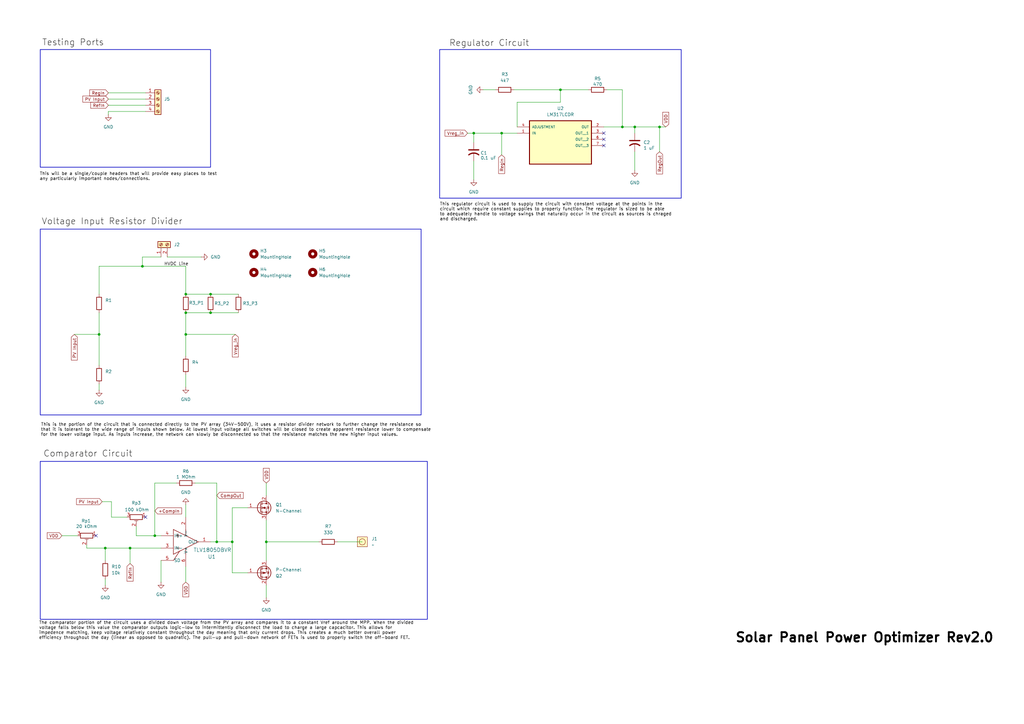
<source format=kicad_sch>
(kicad_sch (version 20250114) (generator "eeschema") (generator_version "9.0")
  (paper "A3")
  (lib_symbols
    (symbol "Connector:Screw_Terminal_01x02" (pin_names (offset 1.016) (hide yes))
      (property "Reference" "J" (at 0 2.54 0))
      (property "Value" "Screw_Terminal_01x02" (at 0 -5.08 0))
      (symbol "Screw_Terminal_01x02_1_1"
        (rectangle (start -1.27 1.27) (end 1.27 -3.81) (stroke (width 0.254)) (fill (type background)))
        (polyline (pts (xy -0.5334 0.3302) (xy 0.3302 -0.508)) (stroke (width 0.1524)))
        (polyline (pts (xy -0.5334 -2.2098) (xy 0.3302 -3.048)) (stroke (width 0.1524)))
        (polyline (pts (xy -0.3556 0.508) (xy 0.508 -0.3302)) (stroke (width 0.1524)))
        (polyline (pts (xy -0.3556 -2.032) (xy 0.508 -2.8702)) (stroke (width 0.1524)))
        (circle (center 0 0) (radius 0.635) (stroke (width 0.1524)))
        (circle (center 0 -2.54) (radius 0.635) (stroke (width 0.1524)))
        (pin passive line (at -5.08 0 0) (length 3.81) (name "Pin_1") (number "1"))
        (pin passive line (at -5.08 -2.54 0) (length 3.81) (name "Pin_2") (number "2"))
      )
    )
    (symbol "Connector:Screw_Terminal_01x04" (pin_names (offset 1.016) (hide yes))
      (property "Reference" "J" (at 0 5.08 0))
      (property "Value" "Screw_Terminal_01x04" (at 0 -7.62 0))
      (symbol "Screw_Terminal_01x04_1_1"
        (rectangle (start -1.27 3.81) (end 1.27 -6.35) (stroke (width 0.254)) (fill (type background)))
        (polyline (pts (xy -0.5334 2.8702) (xy 0.3302 2.032)) (stroke (width 0.1524)))
        (polyline (pts (xy -0.5334 0.3302) (xy 0.3302 -0.508)) (stroke (width 0.1524)))
        (polyline (pts (xy -0.5334 -2.2098) (xy 0.3302 -3.048)) (stroke (width 0.1524)))
        (polyline (pts (xy -0.5334 -4.7498) (xy 0.3302 -5.588)) (stroke (width 0.1524)))
        (polyline (pts (xy -0.3556 3.048) (xy 0.508 2.2098)) (stroke (width 0.1524)))
        (polyline (pts (xy -0.3556 0.508) (xy 0.508 -0.3302)) (stroke (width 0.1524)))
        (polyline (pts (xy -0.3556 -2.032) (xy 0.508 -2.8702)) (stroke (width 0.1524)))
        (polyline (pts (xy -0.3556 -4.572) (xy 0.508 -5.4102)) (stroke (width 0.1524)))
        (circle (center 0 2.54) (radius 0.635) (stroke (width 0.1524)))
        (circle (center 0 0) (radius 0.635) (stroke (width 0.1524)))
        (circle (center 0 -2.54) (radius 0.635) (stroke (width 0.1524)))
        (circle (center 0 -5.08) (radius 0.635) (stroke (width 0.1524)))
        (pin passive line (at -5.08 2.54 0) (length 3.81) (name "Pin_1") (number "1"))
        (pin passive line (at -5.08 0 0) (length 3.81) (name "Pin_2") (number "2"))
        (pin passive line (at -5.08 -2.54 0) (length 3.81) (name "Pin_3") (number "3"))
        (pin passive line (at -5.08 -5.08 0) (length 3.81) (name "Pin_4") (number "4"))
      )
    )
    (symbol "Device:C_US" (pin_numbers (hide yes)) (pin_names (offset 0.254) (hide yes))
      (property "Reference" "C" (at 0.635 2.54 0))
      (property "Value" "C_US" (at 0.635 -2.54 0))
      (symbol "C_US_0_1"
        (polyline (pts (xy -2.032 0.762) (xy 2.032 0.762)) (stroke (width 0.508)))
        (arc (start -2.032 -1.27) (mid 0 -0.5572) (end 2.032 -1.27) (stroke (width 0.508)))
      )
      (symbol "C_US_1_1"
        (pin passive line (at 0 3.81 270) (length 2.794) (name "~") (number "1"))
        (pin passive line (at 0 -3.81 90) (length 3.302) (name "~") (number "2"))
      )
    )
    (symbol "Device:R" (pin_numbers (hide yes)) (pin_names (offset 0))
      (property "Reference" "R" (at 2.032 0 90))
      (property "Value" "R" (at 0 0 90))
      (symbol "R_0_1"
        (rectangle (start -1.016 -2.54) (end 1.016 2.54) (stroke (width 0.254)))
      )
      (symbol "R_1_1"
        (pin passive line (at 0 3.81 270) (length 1.27) (name "~") (number "1"))
        (pin passive line (at 0 -3.81 90) (length 1.27) (name "~") (number "2"))
      )
    )
    (symbol "Device:R_Potentiometer_Trim" (pin_names (offset 1.016) (hide yes))
      (property "Reference" "RV" (at -4.445 0 90))
      (property "Value" "R_Potentiometer_Trim" (at -2.54 0 90))
      (symbol "R_Potentiometer_Trim_0_1"
        (rectangle (start 1.016 2.54) (end -1.016 -2.54) (stroke (width 0.254)))
        (polyline (pts (xy 1.524 0.762) (xy 1.524 -0.762)))
        (polyline (pts (xy 2.54 0) (xy 1.524 0)))
      )
      (symbol "R_Potentiometer_Trim_1_1"
        (pin passive line (at 0 3.81 270) (length 1.27) (name "1") (number "1"))
        (pin passive line (at 0 -3.81 90) (length 1.27) (name "3") (number "3"))
        (pin passive line (at 3.81 0 180) (length 1.27) (name "2") (number "2"))
      )
    )
    (symbol "Mechanical:MountingHole" (pin_names (offset 1.016)) (in_bom no)
      (property "Reference" "H" (at 0 5.08 0))
      (property "Value" "MountingHole" (at 0 3.175 0))
      (symbol "MountingHole_0_1"
        (circle (center 0 0) (radius 1.27) (stroke (width 1.27)))
      )
    )
    (symbol "New Comparator:TLV1805DBVR" (pin_names (offset 0.254))
      (property "Reference" "U" (at 0 2.54 0))
      (property "Value" "TLV1805DBVR" (at 0 0 0))
      (symbol "TLV1805DBVR_0_1"
        (polyline (pts (xy -5.08 5.08) (xy -5.08 -5.08)) (stroke (width 0.2032)))
        (polyline (pts (xy -5.08 5.08) (xy 5.08 0)) (stroke (width 0.2032)))
        (polyline (pts (xy -5.08 -5.08) (xy 5.08 0)) (stroke (width 0.2032)))
        (polyline (pts (xy -4.064 2.54) (xy -2.54 2.54)) (stroke (width 0.2032)))
        (polyline (pts (xy -4.064 -2.54) (xy -2.54 -2.54)) (stroke (width 0.2032)))
        (polyline (pts (xy -3.302 -1.778) (xy -3.302 -3.302)) (stroke (width 0.2032)))
        (polyline (pts (xy -2.54 3.81) (xy -5.08 7.62)) (stroke (width 0.2032)))
        (polyline (pts (xy 0 5.08) (xy 0 2.54)) (stroke (width 0.2032)))
        (polyline (pts (xy 0 -2.54) (xy 0 -5.08)) (stroke (width 0.2032)))
        (pin input line (at -10.16 7.62 0) (length 5.08) (name "SD") (number "5"))
        (pin input line (at -10.16 2.54 0) (length 5.08) (name "IN-") (number "3"))
        (pin input line (at -10.16 -2.54 0) (length 5.08) (name "IN+") (number "4"))
        (pin power_in line (at 0 10.16 270) (length 5.08) (name "V+") (number "6"))
        (pin power_in line (at 0 -10.16 90) (length 5.08) (name "V-") (number "2"))
        (pin output line (at 10.16 0 180) (length 5.08) (name "OUT") (number "1"))
      )
    )
    (symbol "RyabCustomLib:1PinConnector"
      (property "Reference" "J" (at 0 3.556 0))
      (symbol "1PinConnector_0_1"
        (rectangle (start -2.032 2.032) (end 2.032 -2.032) (fill (type color) (color 255 255 194 1)))
        (circle (center 0 0) (radius 1.27))
      )
      (symbol "1PinConnector_1_1"
        (pin input line (at 0 0 180) (length 2.54) (hide yes) (name "") (number "1"))
      )
    )
    (symbol "Transistor_FET:QM6006D" (pin_names (hide yes))
      (property "Reference" "Q" (at 5.08 1.905 0))
      (property "Value" "QM6006D" (at 5.08 0 0))
      (symbol "QM6006D_0_1"
        (polyline (pts (xy 0.254 1.905) (xy 0.254 -1.905)) (stroke (width 0.254)))
        (polyline (pts (xy 0.254 0) (xy -2.54 0)))
        (polyline (pts (xy 0.762 2.286) (xy 0.762 1.27)) (stroke (width 0.254)))
        (polyline (pts (xy 0.762 0.508) (xy 0.762 -0.508)) (stroke (width 0.254)))
        (polyline (pts (xy 0.762 -1.27) (xy 0.762 -2.286)) (stroke (width 0.254)))
        (polyline (pts (xy 0.762 -1.778) (xy 3.302 -1.778) (xy 3.302 1.778) (xy 0.762 1.778)))
        (polyline (pts (xy 1.016 0) (xy 2.032 0.381) (xy 2.032 -0.381) (xy 1.016 0)) (fill (type outline)))
        (circle (center 1.651 0) (radius 2.794) (stroke (width 0.254)))
        (polyline (pts (xy 2.54 2.54) (xy 2.54 1.778)))
        (circle (center 2.54 1.778) (radius 0.254) (fill (type outline)))
        (circle (center 2.54 -1.778) (radius 0.254) (fill (type outline)))
        (polyline (pts (xy 2.54 -2.54) (xy 2.54 0) (xy 0.762 0)))
        (polyline (pts (xy 2.794 0.508) (xy 2.921 0.381) (xy 3.683 0.381) (xy 3.81 0.254)))
        (polyline (pts (xy 3.302 0.381) (xy 2.921 -0.254) (xy 3.683 -0.254) (xy 3.302 0.381)))
      )
      (symbol "QM6006D_1_1"
        (pin input line (at -5.08 0 0) (length 2.54) (name "G") (number "1"))
        (pin passive line (at 2.54 5.08 270) (length 2.54) (name "D") (number "2"))
        (pin passive line (at 2.54 -5.08 90) (length 2.54) (name "S") (number "3"))
      )
    )
    (symbol "Transistor_FET:QM6015D" (pin_names (hide yes))
      (property "Reference" "Q" (at 5.08 1.905 0))
      (property "Value" "QM6015D" (at 5.08 0 0))
      (symbol "QM6015D_0_1"
        (polyline (pts (xy 0.254 1.905) (xy 0.254 -1.905)) (stroke (width 0.254)))
        (polyline (pts (xy 0.254 0) (xy -2.54 0)))
        (polyline (pts (xy 0.762 2.286) (xy 0.762 1.27)) (stroke (width 0.254)))
        (polyline (pts (xy 0.762 1.778) (xy 3.302 1.778) (xy 3.302 -1.778) (xy 0.762 -1.778)))
        (polyline (pts (xy 0.762 0.508) (xy 0.762 -0.508)) (stroke (width 0.254)))
        (polyline (pts (xy 0.762 -1.27) (xy 0.762 -2.286)) (stroke (width 0.254)))
        (circle (center 1.651 0) (radius 2.794) (stroke (width 0.254)))
        (polyline (pts (xy 2.286 0) (xy 1.27 0.381) (xy 1.27 -0.381) (xy 2.286 0)) (fill (type outline)))
        (polyline (pts (xy 2.54 2.54) (xy 2.54 1.778)))
        (circle (center 2.54 1.778) (radius 0.254) (fill (type outline)))
        (circle (center 2.54 -1.778) (radius 0.254) (fill (type outline)))
        (polyline (pts (xy 2.54 -2.54) (xy 2.54 0) (xy 0.762 0)))
        (polyline (pts (xy 2.794 -0.508) (xy 2.921 -0.381) (xy 3.683 -0.381) (xy 3.81 -0.254)))
        (polyline (pts (xy 3.302 -0.381) (xy 2.921 0.254) (xy 3.683 0.254) (xy 3.302 -0.381)))
      )
      (symbol "QM6015D_1_1"
        (pin passive line (at -5.08 0 0) (length 2.54) (name "G") (number "1"))
        (pin passive line (at 2.54 5.08 270) (length 2.54) (name "D") (number "2"))
        (pin passive line (at 2.54 -5.08 90) (length 2.54) (name "S") (number "3"))
      )
    )
    (symbol "Voltage Regulator (Optimizer):LM317LCDR" (pin_names (offset 1.016))
      (property "Reference" "U" (at -12.7 6.08 0))
      (property "Value" "LM317LCDR" (at -12.7 -16.7 0))
      (symbol "LM317LCDR_0_0"
        (rectangle (start -12.7 -12.7) (end 12.7 5.08) (stroke (width 0.41)) (fill (type background)))
        (pin input line (at -17.78 2.54 0) (length 5.08) (name "ADJUSTMENT") (number "4"))
        (pin input line (at -17.78 0 0) (length 5.08) (name "IN") (number "1"))
        (pin output line (at 17.78 2.54 180) (length 5.08) (name "OUT") (number "2"))
        (pin output line (at 17.78 0 180) (length 5.08) (name "OUT__1") (number "3"))
        (pin output line (at 17.78 -2.54 180) (length 5.08) (name "OUT__2") (number "6"))
        (pin output line (at 17.78 -5.08 180) (length 5.08) (name "OUT__3") (number "7"))
      )
    )
    (symbol "power:GND" (power) (pin_numbers (hide yes)) (pin_names (offset 0) (hide yes))
      (property "Value" "GND" (at 0 -3.81 0))
      (symbol "GND_0_1"
        (polyline (pts (xy 0 0) (xy 0 -1.27) (xy 1.27 -1.27) (xy 0 -2.54) (xy -1.27 -1.27) (xy 0 -1.27)))
      )
      (symbol "GND_1_1"
        (pin power_in line (at 0 0 270) (length 0) (name "~") (number "1"))
      )
    )
  )
  (rectangle (start 180.34 20.32) (end 279.4 81.28) (stroke (width 0.254)))
  (rectangle (start 16.51 20.32) (end 86.36 68.58) (stroke (width 0.254)))
  (rectangle (start 16.51 93.98) (end 172.72 170.18) (stroke (width 0.254)))
  (rectangle (start 16.51 189.23) (end 175.26 254) (stroke (width 0.254)))
  (text "The comparator portion of the circuit uses a divided down voltage from the PV array and compares it to a constant Vref around the MPP. When the divided \nvoltage falls below this value the comparator outputs logic-low to intermittently disconnect the load to charge a large capcacitor. This allows for \nimpedence matching, keep voltage relatively constant throughout the day meaning that only current drops. This creates a much better overall power \nefficiency throughout the day (linear as opposed to quadratic). The pull-up and pull-down network of FETs is used to properly switch the off-board FET. " (at 16.002 258.572 0) (effects (font (size 1.27 1.27)) (justify left)))
  (text "Voltage Input Resistor Divider" (at 45.974 90.932 0) (effects (font (size 2.54 2.54))))
  (text "This is the portion of the circuit that is connected directly to the PV array (34V-500V), it uses a resistor divider network to further change the resistance so \nthat it is tolerant to the wide range of inputs shown below. At lowest input voltage all switches will be closed to create apparent resistance lower to compensate \nfor the lower voltage input. As inputs increase, the network can slowly be disconnected so that the resistance matches the new higher input values." (at 16.764 176.276 0) (effects (font (size 1.27 1.27)) (justify left)))
  (text "Solar Panel Power Optimizer Rev2.0" (at 354.584 261.62 0) (effects (font (size 3.81 3.81) (thickness 0.762) (bold yes))))
  (text "This will be a single/couple headers that will provide easy places to test \nany particularly important nodes/connections." (at 16.256 72.39 0) (effects (font (size 1.27 1.27)) (justify left)))
  (text "Testing Ports" (at 29.972 17.526 0) (effects (font (size 2.54 2.54))))
  (text "This regulator circuit is used to supply the circuit with constant voltage at the points in the \ncircuit which require constant supplies to properly function. The regulator is sized to be able \nto adequately handle to voltage swings that naturally occur in the circuit as sources is chraged \nand discharged." (at 180.34 86.868 0) (effects (font (size 1.27 1.27)) (justify left)))
  (text "Comparator Circuit" (at 36.068 186.182 0) (effects (font (size 2.54 2.54))))
  (text "Regulator Circuit" (at 200.66 17.78 0) (effects (font (size 2.54 2.54))))
  (junction (at 76.2 137.16))
  (junction (at 255.27 52.07))
  (junction (at 95.25 222.25))
  (junction (at 109.22 222.25))
  (junction (at 43.18 224.79))
  (junction (at 260.35 52.07))
  (junction (at 88.9 222.25))
  (junction (at 270.51 52.07))
  (junction (at 76.2 128.27))
  (junction (at 63.5 219.71))
  (junction (at 229.87 36.83))
  (junction (at 194.31 54.61))
  (junction (at 53.34 224.79))
  (junction (at 86.36 120.65))
  (junction (at 76.2 120.65))
  (junction (at 86.36 128.27))
  (junction (at 40.64 137.16))
  (junction (at 205.74 54.61))
  (junction (at 58.42 109.22))
  (no_connect (at 247.65 57.15))
  (no_connect (at 247.65 59.69))
  (no_connect (at 247.65 54.61))
  (no_connect (at 39.37 219.71))
  (no_connect (at 59.69 212.09))
  (wire (pts (xy 86.36 120.65) (xy 97.79 120.65)))
  (wire (pts (xy 229.87 36.83) (xy 241.3 36.83)))
  (wire (pts (xy 212.09 52.07) (xy 212.09 41.91)))
  (wire (pts (xy 40.64 128.27) (xy 40.64 137.16)))
  (wire (pts (xy 260.35 62.23) (xy 260.35 69.85)))
  (wire (pts (xy 43.18 237.49) (xy 43.18 240.03)))
  (wire (pts (xy 76.2 120.65) (xy 76.2 109.22)))
  (wire (pts (xy 55.88 219.71) (xy 63.5 219.71)))
  (wire (pts (xy 109.22 240.03) (xy 109.22 245.11)))
  (wire (pts (xy 58.42 105.41) (xy 58.42 109.22)))
  (wire (pts (xy 109.22 222.25) (xy 130.81 222.25)))
  (wire (pts (xy 255.27 52.07) (xy 255.27 36.83)))
  (wire (pts (xy 247.65 52.07) (xy 255.27 52.07)))
  (wire (pts (xy 44.45 38.1) (xy 59.69 38.1)))
  (wire (pts (xy 66.04 105.41) (xy 58.42 105.41)))
  (wire (pts (xy 88.9 198.12) (xy 80.01 198.12)))
  (wire (pts (xy 44.45 45.72) (xy 59.69 45.72)))
  (wire (pts (xy 270.51 52.07) (xy 273.05 52.07)))
  (wire (pts (xy 76.2 153.67) (xy 76.2 158.75)))
  (wire (pts (xy 43.18 224.79) (xy 53.34 224.79)))
  (wire (pts (xy 43.18 224.79) (xy 35.56 224.79)))
  (wire (pts (xy 76.2 137.16) (xy 76.2 146.05)))
  (wire (pts (xy 43.18 229.87) (xy 43.18 224.79)))
  (wire (pts (xy 255.27 52.07) (xy 260.35 52.07)))
  (wire (pts (xy 138.43 222.25) (xy 148.59 222.25)))
  (wire (pts (xy 40.64 137.16) (xy 40.64 149.86)))
  (wire (pts (xy 58.42 109.22) (xy 76.2 109.22)))
  (wire (pts (xy 191.77 54.61) (xy 194.31 54.61)))
  (wire (pts (xy 205.74 54.61) (xy 205.74 63.5)))
  (wire (pts (xy 86.36 128.27) (xy 97.79 128.27)))
  (wire (pts (xy 95.25 222.25) (xy 95.25 234.95)))
  (wire (pts (xy 95.25 222.25) (xy 95.25 208.28)))
  (wire (pts (xy 44.45 40.64) (xy 59.69 40.64)))
  (wire (pts (xy 76.2 137.16) (xy 96.52 137.16)))
  (wire (pts (xy 198.12 36.83) (xy 203.2 36.83)))
  (wire (pts (xy 109.22 213.36) (xy 109.22 222.25)))
  (wire (pts (xy 86.36 222.25) (xy 88.9 222.25)))
  (wire (pts (xy 270.51 52.07) (xy 270.51 62.23)))
  (wire (pts (xy 205.74 54.61) (xy 212.09 54.61)))
  (wire (pts (xy 109.22 222.25) (xy 109.22 229.87)))
  (wire (pts (xy 53.34 224.79) (xy 66.04 224.79)))
  (wire (pts (xy 212.09 41.91) (xy 229.87 41.91)))
  (wire (pts (xy 194.31 54.61) (xy 205.74 54.61)))
  (wire (pts (xy 248.92 36.83) (xy 255.27 36.83)))
  (wire (pts (xy 45.72 205.74) (xy 45.72 212.09)))
  (wire (pts (xy 30.48 137.16) (xy 40.64 137.16)))
  (wire (pts (xy 95.25 208.28) (xy 101.6 208.28)))
  (wire (pts (xy 52.07 212.09) (xy 45.72 212.09)))
  (wire (pts (xy 44.45 45.72) (xy 44.45 46.99)))
  (wire (pts (xy 88.9 222.25) (xy 95.25 222.25)))
  (wire (pts (xy 76.2 128.27) (xy 86.36 128.27)))
  (wire (pts (xy 55.88 215.9) (xy 55.88 219.71)))
  (wire (pts (xy 109.22 198.12) (xy 109.22 203.2)))
  (wire (pts (xy 229.87 36.83) (xy 210.82 36.83)))
  (wire (pts (xy 68.58 105.41) (xy 82.55 105.41)))
  (wire (pts (xy 40.64 109.22) (xy 58.42 109.22)))
  (wire (pts (xy 229.87 36.83) (xy 229.87 41.91)))
  (wire (pts (xy 260.35 54.61) (xy 260.35 52.07)))
  (wire (pts (xy 63.5 198.12) (xy 63.5 219.71)))
  (wire (pts (xy 63.5 198.12) (xy 72.39 198.12)))
  (wire (pts (xy 41.91 205.74) (xy 45.72 205.74)))
  (wire (pts (xy 40.64 109.22) (xy 40.64 120.65)))
  (wire (pts (xy 194.31 66.04) (xy 194.31 73.66)))
  (wire (pts (xy 194.31 58.42) (xy 194.31 54.61)))
  (wire (pts (xy 53.34 224.79) (xy 53.34 231.14)))
  (wire (pts (xy 260.35 52.07) (xy 270.51 52.07)))
  (wire (pts (xy 35.56 224.79) (xy 35.56 223.52)))
  (wire (pts (xy 66.04 229.87) (xy 66.04 238.76)))
  (wire (pts (xy 76.2 207.01) (xy 76.2 212.09)))
  (wire (pts (xy 76.2 120.65) (xy 86.36 120.65)))
  (wire (pts (xy 59.69 43.18) (xy 44.45 43.18)))
  (wire (pts (xy 76.2 232.41) (xy 76.2 238.76)))
  (wire (pts (xy 95.25 234.95) (xy 101.6 234.95)))
  (wire (pts (xy 40.64 157.48) (xy 40.64 160.02)))
  (wire (pts (xy 25.4 219.71) (xy 31.75 219.71)))
  (wire (pts (xy 76.2 128.27) (xy 76.2 137.16)))
  (wire (pts (xy 88.9 222.25) (xy 88.9 198.12)))
  (wire (pts (xy 63.5 219.71) (xy 66.04 219.71)))
  (label "HVDC Line" (at 67.31 109.22 0))
  (global_label "RefIn" (shape input) (at 53.34 231.14 270) (property "Intersheetrefs" "${INTERSHEET_REFS}" (effects (hide yes))))
  (global_label "CompOut" (shape input) (at 88.9 203.2 0) (property "Intersheetrefs" "${INTERSHEET_REFS}" (effects (hide yes))))
  (global_label "RegIn" (shape input) (at 44.45 38.1 180) (property "Intersheetrefs" "${INTERSHEET_REFS}" (effects (hide yes))))
  (global_label "RegOut" (shape input) (at 270.51 62.23 270) (property "Intersheetrefs" "${INTERSHEET_REFS}" (effects (hide yes))))
  (global_label "RefIn" (shape input) (at 44.45 43.18 180) (property "Intersheetrefs" "${INTERSHEET_REFS}" (effects (hide yes))))
  (global_label "VDD" (shape input) (at 25.4 219.71 180) (property "Intersheetrefs" "${INTERSHEET_REFS}" (effects (hide yes))))
  (global_label "VDD" (shape input) (at 273.05 52.07 90) (property "Intersheetrefs" "${INTERSHEET_REFS}" (effects (hide yes))))
  (global_label "RegIn" (shape input) (at 205.74 63.5 270) (property "Intersheetrefs" "${INTERSHEET_REFS}" (effects (hide yes))))
  (global_label "Vreg_in" (shape input) (at 96.52 137.16 270) (property "Intersheetrefs" "${INTERSHEET_REFS}" (effects (hide yes))))
  (global_label "VDD" (shape input) (at 76.2 238.76 270) (property "Intersheetrefs" "${INTERSHEET_REFS}" (effects (hide yes))))
  (global_label "VDD" (shape input) (at 109.22 198.12 90) (property "Intersheetrefs" "${INTERSHEET_REFS}" (effects (hide yes))))
  (global_label "PV Input" (shape input) (at 30.48 137.16 270) (property "Intersheetrefs" "${INTERSHEET_REFS}" (effects (hide yes))))
  (global_label "PV Input" (shape input) (at 41.91 205.74 180) (property "Intersheetrefs" "${INTERSHEET_REFS}" (effects (hide yes))))
  (global_label "+CompIn" (shape input) (at 63.5 209.55 0) (property "Intersheetrefs" "${INTERSHEET_REFS}" (effects (hide yes))))
  (global_label "Vreg_in" (shape input) (at 191.77 54.61 180) (property "Intersheetrefs" "${INTERSHEET_REFS}" (effects (hide yes))))
  (global_label "PV Input" (shape input) (at 44.45 40.64 180) (property "Intersheetrefs" "${INTERSHEET_REFS}" (effects (hide yes))))
  (symbol (lib_id "Device:R") (at 40.64 153.67 0) (unit 1)
    (property "Reference" "R2" (at 43.18 152.3999 0) (effects (justify left)))
    (property "Value" "R" (effects (hide yes)))
    (property "Footprint" "Resistor_THT:R_Axial_DIN0207_L6.3mm_D2.5mm_P10.16mm_Horizontal" (effects (hide yes)))
    (property "Description" "Resistor" (effects (hide yes)))
  )
  (symbol (lib_id "power:GND") (at 82.55 105.41 90) (unit 1)
    (property "Reference" "#PWR07" (effects (hide yes)))
    (property "Value" "GND" (at 86.36 105.4099 90) (effects (justify right)))
    (property "Description" "Power symbol creates a global label with name \"GND\" , ground" (effects (hide yes)))
  )
  (symbol (lib_id "Device:R") (at 97.79 124.46 0) (unit 1)
    (property "Reference" "R3_P3" (at 99.568 124.46 0) (effects (justify left)))
    (property "Value" "R" (effects (hide yes)))
    (property "Footprint" "Resistor_THT:R_Axial_DIN0617_L17.0mm_D6.0mm_P20.32mm_Horizontal" (effects (hide yes)))
    (property "Description" "Resistor" (effects (hide yes)))
  )
  (symbol (lib_id "Device:R") (at 207.01 36.83 90) (unit 1)
    (property "Reference" "R3" (at 207.01 30.48 90))
    (property "Value" "4k7" (at 207.01 33.02 90))
    (property "Footprint" "Resistor_SMD:R_0805_2012Metric_Pad1.20x1.40mm_HandSolder" (effects (hide yes)))
    (property "Description" "Resistor" (effects (hide yes)))
  )
  (symbol (lib_id "RyabCustomLib:1PinConnector") (at 148.59 222.25 0) (unit 1)
    (property "Reference" "J1" (at 152.4 220.9799 0) (effects (justify left)))
    (property "Value" "~" (at 152.4 223.5199 0) (effects (justify left)))
    (property "Footprint" "Connector_Pin:Pin_D0.7mm_L6.5mm_W1.8mm_FlatFork" (effects (hide yes)))
  )
  (symbol (lib_id "Transistor_FET:QM6006D") (at 106.68 208.28 0) (unit 1)
    (property "Reference" "Q1" (at 113.03 207.0099 0) (effects (justify left)))
    (property "Value" "N-Channel" (at 113.03 209.5499 0) (effects (justify left)))
    (property "Footprint" "Package_TO_SOT_SMD:SOT-23-3" (effects (hide yes)))
    (property "Datasheet" "http://www.jaolen.com/images/pdf/QM6006D.pdf" (effects (hide yes)))
    (property "Description" "35A Id, 60V Vds, N-Channel Power MOSFET, 18mOhm Ron, 19.3nC Qg (typ), TO252" (effects (hide yes)))
  )
  (symbol (lib_id "Device:R") (at 43.18 233.68 0) (unit 1)
    (property "Reference" "R10" (at 45.72 232.4099 0) (effects (justify left)))
    (property "Value" "10k" (at 45.72 234.9499 0) (effects (justify left)))
    (property "Footprint" "Resistor_SMD:R_0805_2012Metric_Pad1.20x1.40mm_HandSolder" (effects (hide yes)))
    (property "Description" "Resistor" (effects (hide yes)))
  )
  (symbol (lib_id "Mechanical:MountingHole") (at 128.27 111.76 0) (unit 1) (in_bom no)
    (property "Reference" "H6" (at 130.81 110.4899 0) (effects (justify left)))
    (property "Value" "MountingHole" (at 130.81 113.0299 0) (effects (justify left)))
    (property "Footprint" "MountingHole:MountingHole_4.3mm_M4_DIN965_Pad" (effects (hide yes)))
    (property "Description" "Mounting Hole without connection" (effects (hide yes)))
  )
  (symbol (lib_id "New Comparator:TLV1805DBVR") (at 76.2 222.25 0) (mirror x) (unit 1)
    (property "Reference" "U1" (at 86.868 228.346 0) (effects (font (size 1.524 1.524))))
    (property "Value" "TLV1805DBVR" (at 87.122 225.552 0) (effects (font (size 1.524 1.524))))
    (property "Footprint" "Package_TO_SOT_SMD:TSOT-23-6_HandSoldering" (effects (hide yes)))
    (property "Datasheet" "TLV1805DBVR" (effects (hide yes)))
  )
  (symbol (lib_id "Transistor_FET:QM6015D") (at 106.68 234.95 0) (mirror x) (unit 1)
    (property "Reference" "Q2" (at 113.03 236.2201 0) (effects (justify left)))
    (property "Value" "P-Channel" (at 113.03 233.6801 0) (effects (justify left)))
    (property "Footprint" "Package_TO_SOT_SMD:SOT-23-3" (effects (hide yes)))
    (property "Datasheet" "http://www.jaolen.com/images/pdf/QM6015D.pdf" (effects (hide yes)))
    (property "Description" "-35A Id, -60V Vds, P-Channel Power MOSFET, 25mOhm Ron, 25.0nC Qg (typ), TO252" (effects (hide yes)))
  )
  (symbol (lib_id "power:GND") (at 66.04 238.76 0) (unit 1)
    (property "Reference" "#PWR01" (effects (hide yes)))
    (property "Value" "GND" (at 66.04 243.84 0))
    (property "Description" "Power symbol creates a global label with name \"GND\" , ground" (effects (hide yes)))
  )
  (symbol (lib_id "power:GND") (at 198.12 36.83 270) (unit 1)
    (property "Reference" "#PWR014" (effects (hide yes)))
    (property "Value" "GND" (at 193.04 36.83 0))
    (property "Description" "Power symbol creates a global label with name \"GND\" , ground" (effects (hide yes)))
  )
  (symbol (lib_id "Device:R_Potentiometer_Trim") (at 55.88 212.09 270) (unit 1)
    (property "Reference" "Rp3" (at 55.88 206.248 90))
    (property "Value" "100 kOhm" (at 56.134 209.042 90))
    (property "Footprint" "Solar Potentiometer:TRIM_3362P-1-253LF" (effects (hide yes)))
    (property "Description" "Trim-potentiometer" (effects (hide yes)))
  )
  (symbol (lib_id "Voltage Regulator (Optimizer):LM317LCDR") (at 229.87 54.61 0) (unit 1)
    (property "Reference" "U2" (at 229.87 44.45 0))
    (property "Value" "LM317LCDR" (at 229.87 46.99 0))
    (property "Footprint" "Package_SO:SOIC-8_5.3x6.2mm_P1.27mm" (effects (hide yes)))
  )
  (symbol (lib_id "Device:C_US") (at 194.31 62.23 0) (unit 1)
    (property "Reference" "C1" (at 197.104 62.738 0) (effects (justify left)))
    (property "Value" "0.1 uF" (at 197.104 64.77 0) (effects (justify left)))
    (property "Footprint" "Capacitor_SMD:C_0805_2012Metric_Pad1.18x1.45mm_HandSolder" (effects (hide yes)))
    (property "Description" "capacitor, US symbol" (effects (hide yes)))
  )
  (symbol (lib_id "power:GND") (at 43.18 240.03 0) (unit 1)
    (property "Reference" "#PWR06" (effects (hide yes)))
    (property "Value" "GND" (at 43.18 245.11 0))
    (property "Description" "Power symbol creates a global label with name \"GND\" , ground" (effects (hide yes)))
  )
  (symbol (lib_id "Device:R") (at 40.64 124.46 0) (unit 1)
    (property "Reference" "R1" (at 43.18 123.1899 0) (effects (justify left)))
    (property "Value" "R" (effects (hide yes)))
    (property "Footprint" "Resistor_THT:R_Axial_DIN0207_L6.3mm_D2.5mm_P10.16mm_Horizontal" (effects (hide yes)))
    (property "Description" "Resistor" (effects (hide yes)))
  )
  (symbol (lib_id "Connector:Screw_Terminal_01x04") (at 64.77 40.64 0) (unit 1)
    (property "Reference" "J5" (at 67.31 40.6399 0) (effects (justify left)))
    (property "Value" "Screw_Terminal_01x04" (effects (hide yes)))
    (property "Footprint" "CustomLibRyanMarienthal:4Pin_Terminal_NoSilk" (effects (hide yes)))
    (property "Description" "Generic screw terminal, single row, 01x04, script generated (kicad-library-utils/schlib/autogen/connector/)" (effects (hide yes)))
  )
  (symbol (lib_id "Device:R") (at 134.62 222.25 90) (unit 1)
    (property "Reference" "R7" (at 134.62 215.9 90))
    (property "Value" "330" (at 134.62 218.44 90))
    (property "Footprint" "Resistor_SMD:R_0805_2012Metric_Pad1.20x1.40mm_HandSolder" (effects (hide yes)))
    (property "Description" "Resistor" (effects (hide yes)))
  )
  (symbol (lib_id "power:GND") (at 76.2 158.75 0) (unit 1)
    (property "Reference" "#PWR010" (effects (hide yes)))
    (property "Value" "GND" (at 76.2 163.83 0))
    (property "Description" "Power symbol creates a global label with name \"GND\" , ground" (effects (hide yes)))
  )
  (symbol (lib_id "Device:R") (at 76.2 198.12 270) (unit 1)
    (property "Reference" "R6" (at 76.2 193.294 90))
    (property "Value" "1 MOhm" (at 80.264 195.58 90) (effects (justify right)))
    (property "Footprint" "Resistor_SMD:R_0805_2012Metric_Pad1.20x1.40mm_HandSolder" (effects (hide yes)))
    (property "Description" "Resistor" (effects (hide yes)))
  )
  (symbol (lib_id "power:GND") (at 40.64 160.02 0) (unit 1)
    (property "Reference" "#PWR09" (effects (hide yes)))
    (property "Value" "GND" (at 40.64 165.1 0))
    (property "Description" "Power symbol creates a global label with name \"GND\" , ground" (effects (hide yes)))
  )
  (symbol (lib_id "Device:R_Potentiometer_Trim") (at 35.56 219.71 270) (unit 1)
    (property "Reference" "Rp1" (at 35.306 213.614 90))
    (property "Value" "20 kOhm" (at 35.56 215.9 90))
    (property "Footprint" "Solar Potentiometer:TRIM_3362P-1-253LF" (effects (hide yes)))
    (property "Description" "Trim-potentiometer" (effects (hide yes)))
  )
  (symbol (lib_id "Device:R") (at 86.36 124.46 0) (unit 1)
    (property "Reference" "R3_P2" (at 87.884 124.46 0) (effects (justify left)))
    (property "Value" "R" (effects (hide yes)))
    (property "Footprint" "Resistor_THT:R_Axial_DIN0617_L17.0mm_D6.0mm_P20.32mm_Horizontal" (effects (hide yes)))
    (property "Description" "Resistor" (effects (hide yes)))
  )
  (symbol (lib_id "power:GND") (at 44.45 46.99 0) (unit 1)
    (property "Reference" "#PWR04" (effects (hide yes)))
    (property "Value" "GND" (at 44.45 52.07 0))
    (property "Description" "Power symbol creates a global label with name \"GND\" , ground" (effects (hide yes)))
  )
  (symbol (lib_id "Mechanical:MountingHole") (at 104.14 104.14 0) (unit 1) (in_bom no)
    (property "Reference" "H3" (at 106.68 102.8699 0) (effects (justify left)))
    (property "Value" "MountingHole" (at 106.68 105.4099 0) (effects (justify left)))
    (property "Footprint" "MountingHole:MountingHole_4.3mm_M4_DIN965_Pad" (effects (hide yes)))
    (property "Description" "Mounting Hole without connection" (effects (hide yes)))
  )
  (symbol (lib_id "Device:R") (at 76.2 149.86 0) (unit 1)
    (property "Reference" "R4" (at 78.74 148.5899 0) (effects (justify left)))
    (property "Value" "R" (effects (hide yes)))
    (property "Footprint" "Resistor_THT:R_Axial_DIN0207_L6.3mm_D2.5mm_P10.16mm_Horizontal" (effects (hide yes)))
    (property "Description" "Resistor" (effects (hide yes)))
  )
  (symbol (lib_id "power:GND") (at 194.31 73.66 0) (unit 1)
    (property "Reference" "#PWR013" (effects (hide yes)))
    (property "Value" "GND" (at 194.31 78.74 0))
    (property "Description" "Power symbol creates a global label with name \"GND\" , ground" (effects (hide yes)))
  )
  (symbol (lib_id "power:GND") (at 260.35 69.85 0) (unit 1)
    (property "Reference" "#PWR015" (effects (hide yes)))
    (property "Value" "GND" (at 260.35 74.93 0))
    (property "Description" "Power symbol creates a global label with name \"GND\" , ground" (effects (hide yes)))
  )
  (symbol (lib_id "Device:R") (at 245.11 36.83 270) (unit 1)
    (property "Reference" "R5" (at 245.11 32.258 90))
    (property "Value" "470" (at 245.11 34.544 90))
    (property "Footprint" "Resistor_SMD:R_0805_2012Metric_Pad1.20x1.40mm_HandSolder" (effects (hide yes)))
    (property "Description" "Resistor" (effects (hide yes)))
  )
  (symbol (lib_id "Mechanical:MountingHole") (at 128.27 104.14 0) (unit 1) (in_bom no)
    (property "Reference" "H5" (at 130.81 102.8699 0) (effects (justify left)))
    (property "Value" "MountingHole" (at 130.81 105.4099 0) (effects (justify left)))
    (property "Footprint" "MountingHole:MountingHole_4.3mm_M4_DIN965_Pad" (effects (hide yes)))
    (property "Description" "Mounting Hole without connection" (effects (hide yes)))
  )
  (symbol (lib_id "power:GND") (at 76.2 207.01 180) (unit 1)
    (property "Reference" "#PWR02" (effects (hide yes)))
    (property "Value" "GND" (at 76.2 201.93 0))
    (property "Description" "Power symbol creates a global label with name \"GND\" , ground" (effects (hide yes)))
  )
  (symbol (lib_id "Device:C_US") (at 260.35 58.42 0) (unit 1)
    (property "Reference" "C2" (at 263.906 58.42 0) (effects (justify left)))
    (property "Value" "1 uF" (at 263.906 60.706 0) (effects (justify left)))
    (property "Footprint" "Capacitor_SMD:C_0805_2012Metric_Pad1.18x1.45mm_HandSolder" (effects (hide yes)))
    (property "Description" "capacitor, US symbol" (effects (hide yes)))
  )
  (symbol (lib_id "power:GND") (at 109.22 245.11 0) (unit 1)
    (property "Reference" "#PWR03" (effects (hide yes)))
    (property "Value" "GND" (at 109.22 250.19 0))
    (property "Description" "Power symbol creates a global label with name \"GND\" , ground" (effects (hide yes)))
  )
  (symbol (lib_id "Device:R") (at 76.2 124.46 0) (unit 1)
    (property "Reference" "R3_P1" (at 77.47 124.206 0) (effects (justify left)))
    (property "Value" "R" (effects (hide yes)))
    (property "Footprint" "Resistor_THT:R_Axial_DIN0617_L17.0mm_D6.0mm_P20.32mm_Horizontal" (effects (hide yes)))
    (property "Description" "Resistor" (effects (hide yes)))
  )
  (symbol (lib_id "Mechanical:MountingHole") (at 104.14 111.76 0) (unit 1) (in_bom no)
    (property "Reference" "H4" (at 106.68 110.4899 0) (effects (justify left)))
    (property "Value" "MountingHole" (at 106.68 113.0299 0) (effects (justify left)))
    (property "Footprint" "MountingHole:MountingHole_4.3mm_M4_DIN965_Pad" (effects (hide yes)))
    (property "Description" "Mounting Hole without connection" (effects (hide yes)))
  )
  (symbol (lib_id "Connector:Screw_Terminal_01x02") (at 66.04 100.33 90) (unit 1)
    (property "Reference" "J2" (at 71.374 100.33 90) (effects (justify right)))
    (property "Value" "Screw_Terminal_01x02" (effects (hide yes)))
    (property "Footprint" "CustomLibRyanMarienthal:TerminalBlock_gauge 10" (effects (hide yes)))
    (property "Description" "Generic screw terminal, single row, 01x02, script generated (kicad-library-utils/schlib/autogen/connector/)" (effects (hide yes)))
  )
)
</source>
